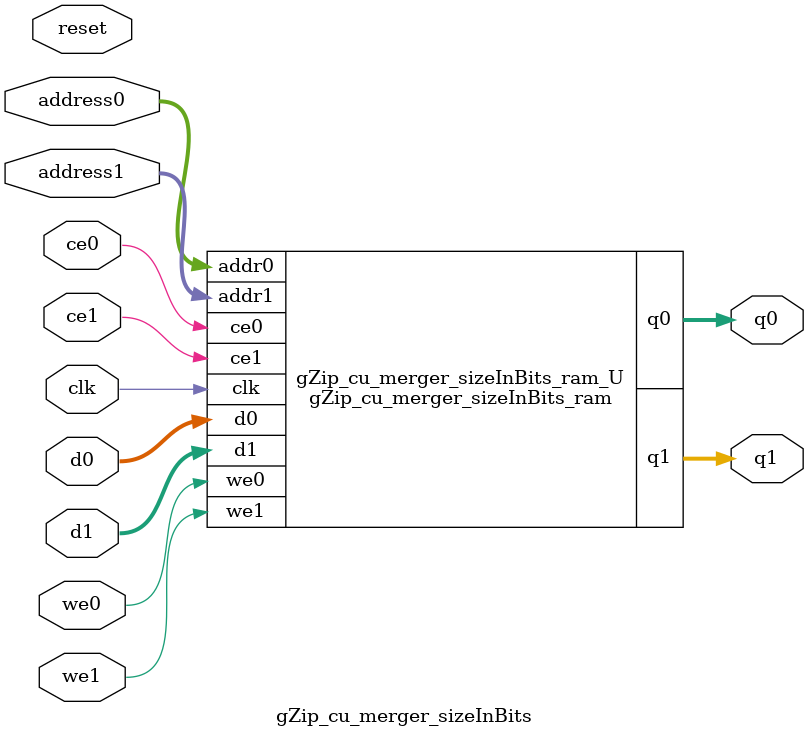
<source format=v>
`timescale 1 ns / 1 ps
module gZip_cu_merger_sizeInBits_ram (addr0, ce0, d0, we0, q0, addr1, ce1, d1, we1, q1,  clk);

parameter DWIDTH = 32;
parameter AWIDTH = 3;
parameter MEM_SIZE = 8;

input[AWIDTH-1:0] addr0;
input ce0;
input[DWIDTH-1:0] d0;
input we0;
output reg[DWIDTH-1:0] q0;
input[AWIDTH-1:0] addr1;
input ce1;
input[DWIDTH-1:0] d1;
input we1;
output reg[DWIDTH-1:0] q1;
input clk;

(* ram_style = "block" *)reg [DWIDTH-1:0] ram[0:MEM_SIZE-1];




always @(posedge clk)  
begin 
    if (ce0) 
    begin
        if (we0) 
        begin 
            ram[addr0] <= d0; 
        end 
        q0 <= ram[addr0];
    end
end


always @(posedge clk)  
begin 
    if (ce1) 
    begin
        if (we1) 
        begin 
            ram[addr1] <= d1; 
        end 
        q1 <= ram[addr1];
    end
end


endmodule

`timescale 1 ns / 1 ps
module gZip_cu_merger_sizeInBits(
    reset,
    clk,
    address0,
    ce0,
    we0,
    d0,
    q0,
    address1,
    ce1,
    we1,
    d1,
    q1);

parameter DataWidth = 32'd32;
parameter AddressRange = 32'd8;
parameter AddressWidth = 32'd3;
input reset;
input clk;
input[AddressWidth - 1:0] address0;
input ce0;
input we0;
input[DataWidth - 1:0] d0;
output[DataWidth - 1:0] q0;
input[AddressWidth - 1:0] address1;
input ce1;
input we1;
input[DataWidth - 1:0] d1;
output[DataWidth - 1:0] q1;



gZip_cu_merger_sizeInBits_ram gZip_cu_merger_sizeInBits_ram_U(
    .clk( clk ),
    .addr0( address0 ),
    .ce0( ce0 ),
    .we0( we0 ),
    .d0( d0 ),
    .q0( q0 ),
    .addr1( address1 ),
    .ce1( ce1 ),
    .we1( we1 ),
    .d1( d1 ),
    .q1( q1 ));

endmodule


</source>
